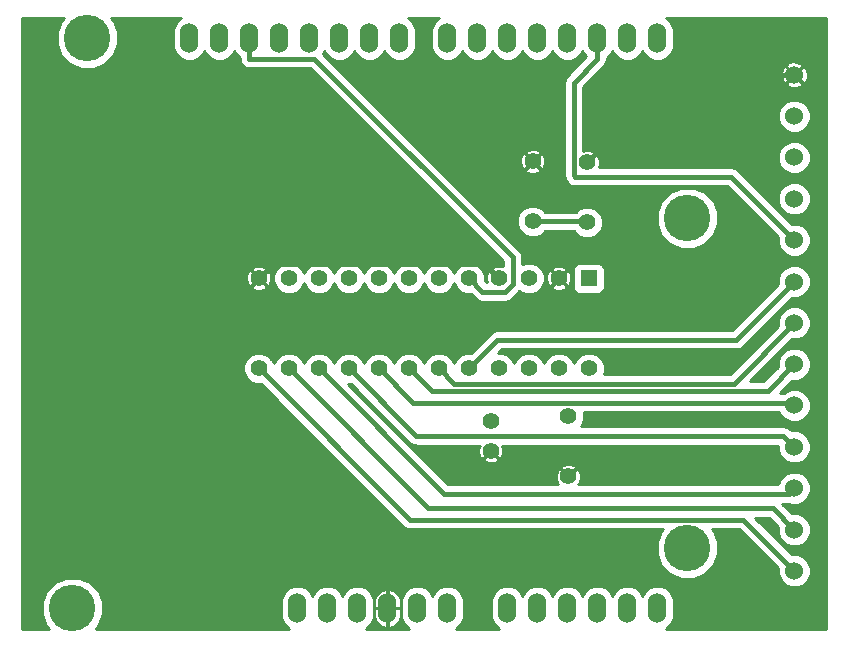
<source format=gtl>
G04 (created by PCBNEW-RS274X (2011-aug-04)-testing) date Fri 14 Sep 2012 05:32:11 PM PDT*
G01*
G70*
G90*
%MOIN*%
G04 Gerber Fmt 3.4, Leading zero omitted, Abs format*
%FSLAX34Y34*%
G04 APERTURE LIST*
%ADD10C,0.006000*%
%ADD11O,0.060000X0.100000*%
%ADD12C,0.155000*%
%ADD13R,0.055000X0.055000*%
%ADD14C,0.055000*%
%ADD15C,0.060000*%
%ADD16C,0.015000*%
%ADD17C,0.010000*%
G04 APERTURE END LIST*
G54D10*
G54D11*
X70237Y-51677D03*
X69237Y-51677D03*
X68237Y-51677D03*
X65237Y-51677D03*
X66237Y-51677D03*
X67237Y-51677D03*
X63237Y-51677D03*
X62237Y-51677D03*
X61237Y-51677D03*
X59237Y-51677D03*
X58237Y-51677D03*
X70237Y-32677D03*
X69237Y-32677D03*
X68237Y-32677D03*
X67237Y-32677D03*
X66237Y-32677D03*
X65237Y-32677D03*
X64237Y-32677D03*
X63237Y-32677D03*
X61637Y-32677D03*
X60637Y-32677D03*
X59637Y-32677D03*
X58637Y-32677D03*
X57637Y-32677D03*
X56637Y-32677D03*
X55637Y-32677D03*
X54637Y-32677D03*
X60237Y-51677D03*
G54D12*
X71237Y-49677D03*
X71237Y-38677D03*
X51237Y-32677D03*
X50737Y-51677D03*
G54D13*
X67951Y-40675D03*
G54D14*
X66951Y-40675D03*
X65951Y-40675D03*
X64951Y-40675D03*
X63951Y-40675D03*
X62951Y-40675D03*
X61951Y-40675D03*
X60951Y-40675D03*
X59951Y-40675D03*
X58951Y-40675D03*
X57951Y-40675D03*
X56951Y-40675D03*
X56951Y-43675D03*
X57951Y-43675D03*
X58951Y-43675D03*
X59951Y-43675D03*
X60951Y-43675D03*
X61951Y-43675D03*
X62951Y-43675D03*
X63951Y-43675D03*
X64951Y-43675D03*
X65951Y-43675D03*
X66951Y-43675D03*
X67951Y-43675D03*
G54D15*
X74804Y-50429D03*
X74803Y-49052D03*
X74802Y-47671D03*
X74803Y-46294D03*
X74803Y-44916D03*
X74803Y-43540D03*
X74803Y-42161D03*
X74802Y-40783D03*
X74802Y-39405D03*
X74802Y-38025D03*
X74801Y-35271D03*
X74802Y-36649D03*
X74802Y-33893D03*
G54D14*
X67264Y-45280D03*
X67264Y-47280D03*
X67894Y-38815D03*
X67894Y-36815D03*
X66083Y-38776D03*
X66083Y-36776D03*
X64685Y-45425D03*
X64685Y-46425D03*
G54D16*
X67855Y-38776D02*
X67894Y-38815D01*
X66083Y-38776D02*
X67855Y-38776D01*
X61999Y-48723D02*
X56951Y-43675D01*
X73098Y-48723D02*
X61999Y-48723D01*
X74804Y-50429D02*
X73098Y-48723D01*
X62605Y-48329D02*
X57951Y-43675D01*
X74080Y-48329D02*
X62605Y-48329D01*
X74803Y-49052D02*
X74080Y-48329D01*
X63137Y-47861D02*
X58951Y-43675D01*
X74612Y-47861D02*
X63137Y-47861D01*
X74802Y-47671D02*
X74612Y-47861D01*
X62201Y-45925D02*
X59951Y-43675D01*
X74434Y-45925D02*
X62201Y-45925D01*
X74803Y-46294D02*
X74434Y-45925D01*
X62095Y-44819D02*
X60951Y-43675D01*
X74706Y-44819D02*
X62095Y-44819D01*
X74803Y-44916D02*
X74706Y-44819D01*
X62713Y-44437D02*
X61951Y-43675D01*
X73906Y-44437D02*
X62713Y-44437D01*
X74803Y-43540D02*
X73906Y-44437D01*
X63459Y-44183D02*
X62951Y-43675D01*
X72781Y-44183D02*
X63459Y-44183D01*
X74803Y-42161D02*
X72781Y-44183D01*
X64905Y-42721D02*
X63951Y-43675D01*
X72864Y-42721D02*
X64905Y-42721D01*
X74802Y-40783D02*
X72864Y-42721D01*
X67441Y-34151D02*
X68237Y-33355D01*
X67441Y-37246D02*
X67441Y-34151D01*
X67484Y-37289D02*
X67441Y-37246D01*
X72686Y-37289D02*
X67484Y-37289D01*
X74802Y-39405D02*
X72686Y-37289D01*
X68237Y-32677D02*
X68237Y-33355D01*
X58788Y-33355D02*
X56637Y-33355D01*
X65408Y-39975D02*
X58788Y-33355D01*
X65408Y-40871D02*
X65408Y-39975D01*
X65151Y-41128D02*
X65408Y-40871D01*
X64404Y-41128D02*
X65151Y-41128D01*
X63951Y-40675D02*
X64404Y-41128D01*
X56637Y-32677D02*
X56637Y-33355D01*
X70816Y-33893D02*
X67894Y-36815D01*
X74802Y-33893D02*
X70816Y-33893D01*
X57440Y-40186D02*
X56951Y-40675D01*
X64462Y-40186D02*
X57440Y-40186D01*
X64951Y-40675D02*
X64462Y-40186D01*
G54D10*
G36*
X75856Y-52352D02*
X75353Y-52352D01*
X75353Y-50538D01*
X75353Y-50320D01*
X75269Y-50118D01*
X75115Y-49964D01*
X74913Y-49880D01*
X74714Y-49880D01*
X73488Y-48654D01*
X73945Y-48654D01*
X74254Y-48962D01*
X74254Y-49161D01*
X74338Y-49363D01*
X74492Y-49517D01*
X74694Y-49601D01*
X74912Y-49601D01*
X75114Y-49517D01*
X75268Y-49363D01*
X75352Y-49161D01*
X75352Y-48943D01*
X75268Y-48741D01*
X75114Y-48587D01*
X74912Y-48503D01*
X74713Y-48503D01*
X74396Y-48186D01*
X74611Y-48186D01*
X74612Y-48186D01*
X74693Y-48220D01*
X74911Y-48220D01*
X75113Y-48136D01*
X75267Y-47982D01*
X75351Y-47780D01*
X75351Y-47562D01*
X75267Y-47360D01*
X75113Y-47206D01*
X74911Y-47122D01*
X74693Y-47122D01*
X74491Y-47206D01*
X74337Y-47360D01*
X74263Y-47536D01*
X67597Y-47536D01*
X67592Y-47531D01*
X67610Y-47525D01*
X67678Y-47374D01*
X67682Y-47209D01*
X67623Y-47054D01*
X67610Y-47035D01*
X67541Y-47010D01*
X67534Y-47017D01*
X67534Y-47003D01*
X67509Y-46934D01*
X67358Y-46866D01*
X67193Y-46862D01*
X67038Y-46921D01*
X67019Y-46934D01*
X66994Y-47003D01*
X67264Y-47273D01*
X67534Y-47003D01*
X67534Y-47017D01*
X67306Y-47245D01*
X67271Y-47280D01*
X67264Y-47287D01*
X67257Y-47280D01*
X67222Y-47245D01*
X66987Y-47010D01*
X66918Y-47035D01*
X66850Y-47186D01*
X66846Y-47351D01*
X66905Y-47506D01*
X66918Y-47525D01*
X66935Y-47531D01*
X66931Y-47536D01*
X64955Y-47536D01*
X64955Y-46702D01*
X64685Y-46432D01*
X64415Y-46702D01*
X64440Y-46771D01*
X64591Y-46839D01*
X64756Y-46843D01*
X64911Y-46784D01*
X64930Y-46771D01*
X64955Y-46702D01*
X64955Y-47536D01*
X63271Y-47536D01*
X59935Y-44200D01*
X60016Y-44200D01*
X61970Y-46154D01*
X61971Y-46155D01*
X62076Y-46224D01*
X62077Y-46225D01*
X62175Y-46244D01*
X62200Y-46250D01*
X62200Y-46249D01*
X62201Y-46250D01*
X64307Y-46250D01*
X64271Y-46331D01*
X64267Y-46496D01*
X64326Y-46651D01*
X64339Y-46670D01*
X64408Y-46695D01*
X64643Y-46460D01*
X64678Y-46425D01*
X64685Y-46418D01*
X64692Y-46425D01*
X64727Y-46460D01*
X64962Y-46695D01*
X65031Y-46670D01*
X65099Y-46519D01*
X65103Y-46354D01*
X65063Y-46250D01*
X74254Y-46250D01*
X74254Y-46403D01*
X74338Y-46605D01*
X74492Y-46759D01*
X74694Y-46843D01*
X74912Y-46843D01*
X75114Y-46759D01*
X75268Y-46605D01*
X75352Y-46403D01*
X75352Y-46185D01*
X75268Y-45983D01*
X75114Y-45829D01*
X74912Y-45745D01*
X74713Y-45745D01*
X74664Y-45695D01*
X74558Y-45625D01*
X74434Y-45600D01*
X67686Y-45600D01*
X67709Y-45578D01*
X67789Y-45385D01*
X67789Y-45176D01*
X67775Y-45144D01*
X74303Y-45144D01*
X74338Y-45227D01*
X74492Y-45381D01*
X74694Y-45465D01*
X74912Y-45465D01*
X75114Y-45381D01*
X75268Y-45227D01*
X75352Y-45025D01*
X75352Y-44807D01*
X75268Y-44605D01*
X75114Y-44451D01*
X74912Y-44367D01*
X74694Y-44367D01*
X74492Y-44451D01*
X74449Y-44494D01*
X74308Y-44494D01*
X74713Y-44089D01*
X74912Y-44089D01*
X75114Y-44005D01*
X75268Y-43851D01*
X75352Y-43649D01*
X75352Y-43431D01*
X75268Y-43229D01*
X75114Y-43075D01*
X74912Y-42991D01*
X74694Y-42991D01*
X74492Y-43075D01*
X74338Y-43229D01*
X74254Y-43431D01*
X74254Y-43629D01*
X73771Y-44112D01*
X73311Y-44112D01*
X74713Y-42710D01*
X74912Y-42710D01*
X75114Y-42626D01*
X75268Y-42472D01*
X75352Y-42270D01*
X75352Y-42052D01*
X75268Y-41850D01*
X75114Y-41696D01*
X74912Y-41612D01*
X74694Y-41612D01*
X74492Y-41696D01*
X74338Y-41850D01*
X74254Y-42052D01*
X74254Y-42250D01*
X72646Y-43858D01*
X68443Y-43858D01*
X68476Y-43780D01*
X68476Y-43571D01*
X68396Y-43378D01*
X68249Y-43230D01*
X68056Y-43150D01*
X67847Y-43150D01*
X67654Y-43230D01*
X67506Y-43377D01*
X67450Y-43510D01*
X67396Y-43378D01*
X67249Y-43230D01*
X67056Y-43150D01*
X66847Y-43150D01*
X66654Y-43230D01*
X66506Y-43377D01*
X66450Y-43510D01*
X66396Y-43378D01*
X66249Y-43230D01*
X66056Y-43150D01*
X65847Y-43150D01*
X65654Y-43230D01*
X65506Y-43377D01*
X65450Y-43510D01*
X65396Y-43378D01*
X65249Y-43230D01*
X65056Y-43150D01*
X64936Y-43150D01*
X65040Y-43046D01*
X72864Y-43046D01*
X72988Y-43021D01*
X73094Y-42951D01*
X74712Y-41332D01*
X74911Y-41332D01*
X75113Y-41248D01*
X75267Y-41094D01*
X75351Y-40892D01*
X75351Y-40674D01*
X75267Y-40472D01*
X75113Y-40318D01*
X74911Y-40234D01*
X74693Y-40234D01*
X74491Y-40318D01*
X74337Y-40472D01*
X74253Y-40674D01*
X74253Y-40872D01*
X72729Y-42396D01*
X72262Y-42396D01*
X72262Y-38882D01*
X72262Y-38474D01*
X72106Y-38097D01*
X71818Y-37809D01*
X71442Y-37652D01*
X71034Y-37652D01*
X70657Y-37808D01*
X70369Y-38096D01*
X70212Y-38472D01*
X70212Y-38880D01*
X70368Y-39257D01*
X70656Y-39545D01*
X71032Y-39702D01*
X71440Y-39702D01*
X71817Y-39546D01*
X72105Y-39258D01*
X72262Y-38882D01*
X72262Y-42396D01*
X68475Y-42396D01*
X68475Y-41000D01*
X68475Y-40901D01*
X68475Y-40351D01*
X68437Y-40259D01*
X68419Y-40241D01*
X68419Y-38920D01*
X68419Y-38711D01*
X68339Y-38518D01*
X68192Y-38370D01*
X67999Y-38290D01*
X67790Y-38290D01*
X67597Y-38370D01*
X67515Y-38451D01*
X66501Y-38451D01*
X66501Y-36705D01*
X66442Y-36550D01*
X66429Y-36531D01*
X66360Y-36506D01*
X66353Y-36513D01*
X66353Y-36499D01*
X66328Y-36430D01*
X66177Y-36362D01*
X66012Y-36358D01*
X65857Y-36417D01*
X65838Y-36430D01*
X65813Y-36499D01*
X66083Y-36769D01*
X66353Y-36499D01*
X66353Y-36513D01*
X66090Y-36776D01*
X66360Y-37046D01*
X66429Y-37021D01*
X66497Y-36870D01*
X66501Y-36705D01*
X66501Y-38451D01*
X66500Y-38451D01*
X66381Y-38331D01*
X66353Y-38319D01*
X66353Y-37053D01*
X66083Y-36783D01*
X66076Y-36790D01*
X66076Y-36776D01*
X65806Y-36506D01*
X65737Y-36531D01*
X65669Y-36682D01*
X65665Y-36847D01*
X65724Y-37002D01*
X65737Y-37021D01*
X65806Y-37046D01*
X66076Y-36776D01*
X66076Y-36790D01*
X65813Y-37053D01*
X65838Y-37122D01*
X65989Y-37190D01*
X66154Y-37194D01*
X66309Y-37135D01*
X66328Y-37122D01*
X66353Y-37053D01*
X66353Y-38319D01*
X66188Y-38251D01*
X65979Y-38251D01*
X65786Y-38331D01*
X65638Y-38478D01*
X65558Y-38671D01*
X65558Y-38880D01*
X65638Y-39073D01*
X65785Y-39221D01*
X65978Y-39301D01*
X66187Y-39301D01*
X66380Y-39221D01*
X66500Y-39101D01*
X67444Y-39101D01*
X67449Y-39112D01*
X67596Y-39260D01*
X67789Y-39340D01*
X67998Y-39340D01*
X68191Y-39260D01*
X68339Y-39113D01*
X68419Y-38920D01*
X68419Y-40241D01*
X68367Y-40189D01*
X68276Y-40151D01*
X68177Y-40151D01*
X67627Y-40151D01*
X67535Y-40189D01*
X67465Y-40259D01*
X67427Y-40350D01*
X67427Y-40449D01*
X67427Y-40999D01*
X67465Y-41091D01*
X67535Y-41161D01*
X67626Y-41199D01*
X67725Y-41199D01*
X68275Y-41199D01*
X68367Y-41161D01*
X68437Y-41091D01*
X68475Y-41000D01*
X68475Y-42396D01*
X67369Y-42396D01*
X67369Y-40604D01*
X67310Y-40449D01*
X67297Y-40430D01*
X67228Y-40405D01*
X67221Y-40412D01*
X67221Y-40398D01*
X67196Y-40329D01*
X67045Y-40261D01*
X66880Y-40257D01*
X66725Y-40316D01*
X66706Y-40329D01*
X66681Y-40398D01*
X66951Y-40668D01*
X67221Y-40398D01*
X67221Y-40412D01*
X66958Y-40675D01*
X67228Y-40945D01*
X67297Y-40920D01*
X67365Y-40769D01*
X67369Y-40604D01*
X67369Y-42396D01*
X67221Y-42396D01*
X67221Y-40952D01*
X66951Y-40682D01*
X66944Y-40689D01*
X66944Y-40675D01*
X66674Y-40405D01*
X66605Y-40430D01*
X66537Y-40581D01*
X66533Y-40746D01*
X66592Y-40901D01*
X66605Y-40920D01*
X66674Y-40945D01*
X66944Y-40675D01*
X66944Y-40689D01*
X66681Y-40952D01*
X66706Y-41021D01*
X66857Y-41089D01*
X67022Y-41093D01*
X67177Y-41034D01*
X67196Y-41021D01*
X67221Y-40952D01*
X67221Y-42396D01*
X64905Y-42396D01*
X64780Y-42421D01*
X64675Y-42491D01*
X64016Y-43150D01*
X63847Y-43150D01*
X63654Y-43230D01*
X63506Y-43377D01*
X63450Y-43510D01*
X63396Y-43378D01*
X63249Y-43230D01*
X63056Y-43150D01*
X62847Y-43150D01*
X62654Y-43230D01*
X62506Y-43377D01*
X62450Y-43510D01*
X62396Y-43378D01*
X62249Y-43230D01*
X62056Y-43150D01*
X61847Y-43150D01*
X61654Y-43230D01*
X61506Y-43377D01*
X61450Y-43510D01*
X61396Y-43378D01*
X61249Y-43230D01*
X61056Y-43150D01*
X60847Y-43150D01*
X60654Y-43230D01*
X60506Y-43377D01*
X60450Y-43510D01*
X60396Y-43378D01*
X60249Y-43230D01*
X60056Y-43150D01*
X59847Y-43150D01*
X59654Y-43230D01*
X59506Y-43377D01*
X59450Y-43510D01*
X59396Y-43378D01*
X59249Y-43230D01*
X59056Y-43150D01*
X58847Y-43150D01*
X58654Y-43230D01*
X58506Y-43377D01*
X58450Y-43510D01*
X58396Y-43378D01*
X58249Y-43230D01*
X58056Y-43150D01*
X57847Y-43150D01*
X57654Y-43230D01*
X57506Y-43377D01*
X57450Y-43510D01*
X57396Y-43378D01*
X57369Y-43350D01*
X57369Y-40604D01*
X57310Y-40449D01*
X57297Y-40430D01*
X57228Y-40405D01*
X57221Y-40412D01*
X57221Y-40398D01*
X57196Y-40329D01*
X57045Y-40261D01*
X56880Y-40257D01*
X56725Y-40316D01*
X56706Y-40329D01*
X56681Y-40398D01*
X56951Y-40668D01*
X57221Y-40398D01*
X57221Y-40412D01*
X56958Y-40675D01*
X57228Y-40945D01*
X57297Y-40920D01*
X57365Y-40769D01*
X57369Y-40604D01*
X57369Y-43350D01*
X57249Y-43230D01*
X57221Y-43218D01*
X57221Y-40952D01*
X56951Y-40682D01*
X56944Y-40689D01*
X56944Y-40675D01*
X56674Y-40405D01*
X56605Y-40430D01*
X56537Y-40581D01*
X56533Y-40746D01*
X56592Y-40901D01*
X56605Y-40920D01*
X56674Y-40945D01*
X56944Y-40675D01*
X56944Y-40689D01*
X56681Y-40952D01*
X56706Y-41021D01*
X56857Y-41089D01*
X57022Y-41093D01*
X57177Y-41034D01*
X57196Y-41021D01*
X57221Y-40952D01*
X57221Y-43218D01*
X57056Y-43150D01*
X56847Y-43150D01*
X56654Y-43230D01*
X56506Y-43377D01*
X56426Y-43570D01*
X56426Y-43779D01*
X56506Y-43972D01*
X56653Y-44120D01*
X56846Y-44200D01*
X57016Y-44200D01*
X61767Y-48950D01*
X61769Y-48953D01*
X61874Y-49022D01*
X61875Y-49023D01*
X61973Y-49042D01*
X61998Y-49048D01*
X61998Y-49047D01*
X61999Y-49048D01*
X70417Y-49048D01*
X70369Y-49096D01*
X70212Y-49472D01*
X70212Y-49880D01*
X70368Y-50257D01*
X70656Y-50545D01*
X71032Y-50702D01*
X71440Y-50702D01*
X71817Y-50546D01*
X72105Y-50258D01*
X72262Y-49882D01*
X72262Y-49474D01*
X72106Y-49097D01*
X72057Y-49048D01*
X72963Y-49048D01*
X74255Y-50339D01*
X74255Y-50538D01*
X74339Y-50740D01*
X74493Y-50894D01*
X74695Y-50978D01*
X74913Y-50978D01*
X75115Y-50894D01*
X75269Y-50740D01*
X75353Y-50538D01*
X75353Y-52352D01*
X70535Y-52352D01*
X70543Y-52349D01*
X70694Y-52197D01*
X70777Y-51999D01*
X70777Y-51784D01*
X70777Y-51356D01*
X70695Y-51157D01*
X70543Y-51006D01*
X70345Y-50923D01*
X70130Y-50923D01*
X69931Y-51005D01*
X69780Y-51157D01*
X69737Y-51259D01*
X69695Y-51157D01*
X69543Y-51006D01*
X69345Y-50923D01*
X69130Y-50923D01*
X68931Y-51005D01*
X68780Y-51157D01*
X68737Y-51259D01*
X68695Y-51157D01*
X68543Y-51006D01*
X68345Y-50923D01*
X68130Y-50923D01*
X67931Y-51005D01*
X67780Y-51157D01*
X67737Y-51259D01*
X67695Y-51157D01*
X67543Y-51006D01*
X67345Y-50923D01*
X67130Y-50923D01*
X66931Y-51005D01*
X66780Y-51157D01*
X66737Y-51259D01*
X66695Y-51157D01*
X66543Y-51006D01*
X66345Y-50923D01*
X66130Y-50923D01*
X65931Y-51005D01*
X65780Y-51157D01*
X65737Y-51259D01*
X65695Y-51157D01*
X65543Y-51006D01*
X65345Y-50923D01*
X65130Y-50923D01*
X64931Y-51005D01*
X64780Y-51157D01*
X64697Y-51355D01*
X64697Y-51570D01*
X64697Y-51998D01*
X64779Y-52197D01*
X64931Y-52348D01*
X64940Y-52352D01*
X63535Y-52352D01*
X63543Y-52349D01*
X63694Y-52197D01*
X63777Y-51999D01*
X63777Y-51784D01*
X63777Y-51356D01*
X63695Y-51157D01*
X63543Y-51006D01*
X63345Y-50923D01*
X63130Y-50923D01*
X62931Y-51005D01*
X62780Y-51157D01*
X62737Y-51259D01*
X62695Y-51157D01*
X62543Y-51006D01*
X62345Y-50923D01*
X62130Y-50923D01*
X61931Y-51005D01*
X61780Y-51157D01*
X61697Y-51355D01*
X61697Y-51570D01*
X61697Y-51998D01*
X61779Y-52197D01*
X61931Y-52348D01*
X61940Y-52352D01*
X61687Y-52352D01*
X61687Y-51972D01*
X61687Y-51682D01*
X61687Y-51672D01*
X61687Y-51382D01*
X61616Y-51217D01*
X61488Y-51092D01*
X61312Y-51034D01*
X61242Y-51065D01*
X61242Y-51672D01*
X61687Y-51672D01*
X61687Y-51682D01*
X61242Y-51682D01*
X61242Y-52289D01*
X61312Y-52320D01*
X61488Y-52262D01*
X61616Y-52137D01*
X61687Y-51972D01*
X61687Y-52352D01*
X61232Y-52352D01*
X61232Y-52289D01*
X61232Y-51682D01*
X61232Y-51672D01*
X61232Y-51065D01*
X61162Y-51034D01*
X60986Y-51092D01*
X60858Y-51217D01*
X60787Y-51382D01*
X60787Y-51672D01*
X61232Y-51672D01*
X61232Y-51682D01*
X60787Y-51682D01*
X60787Y-51972D01*
X60858Y-52137D01*
X60986Y-52262D01*
X61162Y-52320D01*
X61232Y-52289D01*
X61232Y-52352D01*
X60535Y-52352D01*
X60543Y-52349D01*
X60694Y-52197D01*
X60777Y-51999D01*
X60777Y-51784D01*
X60777Y-51356D01*
X60695Y-51157D01*
X60543Y-51006D01*
X60345Y-50923D01*
X60130Y-50923D01*
X59931Y-51005D01*
X59780Y-51157D01*
X59737Y-51259D01*
X59695Y-51157D01*
X59543Y-51006D01*
X59345Y-50923D01*
X59130Y-50923D01*
X58931Y-51005D01*
X58780Y-51157D01*
X58737Y-51259D01*
X58695Y-51157D01*
X58543Y-51006D01*
X58345Y-50923D01*
X58130Y-50923D01*
X57931Y-51005D01*
X57780Y-51157D01*
X57697Y-51355D01*
X57697Y-51570D01*
X57697Y-51998D01*
X57779Y-52197D01*
X57931Y-52348D01*
X57940Y-52352D01*
X51511Y-52352D01*
X51605Y-52258D01*
X51762Y-51882D01*
X51762Y-51474D01*
X51606Y-51097D01*
X51318Y-50809D01*
X50942Y-50652D01*
X50534Y-50652D01*
X50157Y-50808D01*
X49869Y-51096D01*
X49712Y-51472D01*
X49712Y-51880D01*
X49868Y-52257D01*
X49963Y-52352D01*
X49045Y-52352D01*
X49045Y-31998D01*
X50467Y-31998D01*
X50369Y-32096D01*
X50212Y-32472D01*
X50212Y-32880D01*
X50368Y-33257D01*
X50656Y-33545D01*
X51032Y-33702D01*
X51440Y-33702D01*
X51817Y-33546D01*
X52105Y-33258D01*
X52262Y-32882D01*
X52262Y-32474D01*
X52106Y-32097D01*
X52007Y-31998D01*
X54347Y-31998D01*
X54331Y-32005D01*
X54180Y-32157D01*
X54097Y-32355D01*
X54097Y-32570D01*
X54097Y-32998D01*
X54179Y-33197D01*
X54331Y-33348D01*
X54529Y-33431D01*
X54744Y-33431D01*
X54943Y-33349D01*
X55094Y-33197D01*
X55136Y-33094D01*
X55179Y-33197D01*
X55331Y-33348D01*
X55529Y-33431D01*
X55744Y-33431D01*
X55943Y-33349D01*
X56094Y-33197D01*
X56136Y-33094D01*
X56179Y-33197D01*
X56312Y-33329D01*
X56312Y-33355D01*
X56337Y-33479D01*
X56407Y-33585D01*
X56513Y-33655D01*
X56637Y-33680D01*
X58653Y-33680D01*
X65083Y-40110D01*
X65083Y-40278D01*
X65045Y-40261D01*
X64880Y-40257D01*
X64725Y-40316D01*
X64706Y-40329D01*
X64681Y-40398D01*
X64916Y-40633D01*
X64951Y-40668D01*
X64958Y-40675D01*
X64951Y-40682D01*
X64944Y-40675D01*
X64909Y-40640D01*
X64674Y-40405D01*
X64605Y-40430D01*
X64537Y-40581D01*
X64533Y-40746D01*
X64554Y-40803D01*
X64538Y-40803D01*
X64476Y-40740D01*
X64476Y-40571D01*
X64396Y-40378D01*
X64249Y-40230D01*
X64056Y-40150D01*
X63847Y-40150D01*
X63654Y-40230D01*
X63506Y-40377D01*
X63450Y-40510D01*
X63396Y-40378D01*
X63249Y-40230D01*
X63056Y-40150D01*
X62847Y-40150D01*
X62654Y-40230D01*
X62506Y-40377D01*
X62450Y-40510D01*
X62396Y-40378D01*
X62249Y-40230D01*
X62056Y-40150D01*
X61847Y-40150D01*
X61654Y-40230D01*
X61506Y-40377D01*
X61450Y-40510D01*
X61396Y-40378D01*
X61249Y-40230D01*
X61056Y-40150D01*
X60847Y-40150D01*
X60654Y-40230D01*
X60506Y-40377D01*
X60450Y-40510D01*
X60396Y-40378D01*
X60249Y-40230D01*
X60056Y-40150D01*
X59847Y-40150D01*
X59654Y-40230D01*
X59506Y-40377D01*
X59450Y-40510D01*
X59396Y-40378D01*
X59249Y-40230D01*
X59056Y-40150D01*
X58847Y-40150D01*
X58654Y-40230D01*
X58506Y-40377D01*
X58450Y-40510D01*
X58396Y-40378D01*
X58249Y-40230D01*
X58056Y-40150D01*
X57847Y-40150D01*
X57654Y-40230D01*
X57506Y-40377D01*
X57426Y-40570D01*
X57426Y-40779D01*
X57506Y-40972D01*
X57653Y-41120D01*
X57846Y-41200D01*
X58055Y-41200D01*
X58248Y-41120D01*
X58396Y-40973D01*
X58451Y-40839D01*
X58506Y-40972D01*
X58653Y-41120D01*
X58846Y-41200D01*
X59055Y-41200D01*
X59248Y-41120D01*
X59396Y-40973D01*
X59451Y-40839D01*
X59506Y-40972D01*
X59653Y-41120D01*
X59846Y-41200D01*
X60055Y-41200D01*
X60248Y-41120D01*
X60396Y-40973D01*
X60451Y-40839D01*
X60506Y-40972D01*
X60653Y-41120D01*
X60846Y-41200D01*
X61055Y-41200D01*
X61248Y-41120D01*
X61396Y-40973D01*
X61451Y-40839D01*
X61506Y-40972D01*
X61653Y-41120D01*
X61846Y-41200D01*
X62055Y-41200D01*
X62248Y-41120D01*
X62396Y-40973D01*
X62451Y-40839D01*
X62506Y-40972D01*
X62653Y-41120D01*
X62846Y-41200D01*
X63055Y-41200D01*
X63248Y-41120D01*
X63396Y-40973D01*
X63451Y-40839D01*
X63506Y-40972D01*
X63653Y-41120D01*
X63846Y-41200D01*
X64016Y-41200D01*
X64172Y-41355D01*
X64174Y-41358D01*
X64279Y-41427D01*
X64280Y-41428D01*
X64404Y-41453D01*
X65151Y-41453D01*
X65275Y-41428D01*
X65381Y-41358D01*
X65635Y-41102D01*
X65653Y-41120D01*
X65846Y-41200D01*
X66055Y-41200D01*
X66248Y-41120D01*
X66396Y-40973D01*
X66476Y-40780D01*
X66476Y-40571D01*
X66396Y-40378D01*
X66249Y-40230D01*
X66056Y-40150D01*
X65847Y-40150D01*
X65733Y-40197D01*
X65733Y-39975D01*
X65708Y-39851D01*
X65708Y-39850D01*
X65638Y-39745D01*
X59092Y-33199D01*
X59094Y-33197D01*
X59136Y-33094D01*
X59179Y-33197D01*
X59331Y-33348D01*
X59529Y-33431D01*
X59744Y-33431D01*
X59943Y-33349D01*
X60094Y-33197D01*
X60136Y-33094D01*
X60179Y-33197D01*
X60331Y-33348D01*
X60529Y-33431D01*
X60744Y-33431D01*
X60943Y-33349D01*
X61094Y-33197D01*
X61136Y-33094D01*
X61179Y-33197D01*
X61331Y-33348D01*
X61529Y-33431D01*
X61744Y-33431D01*
X61943Y-33349D01*
X62094Y-33197D01*
X62177Y-32999D01*
X62177Y-32784D01*
X62177Y-32356D01*
X62095Y-32157D01*
X61943Y-32006D01*
X61923Y-31998D01*
X62947Y-31998D01*
X62931Y-32005D01*
X62780Y-32157D01*
X62697Y-32355D01*
X62697Y-32570D01*
X62697Y-32998D01*
X62779Y-33197D01*
X62931Y-33348D01*
X63129Y-33431D01*
X63344Y-33431D01*
X63543Y-33349D01*
X63694Y-33197D01*
X63736Y-33094D01*
X63779Y-33197D01*
X63931Y-33348D01*
X64129Y-33431D01*
X64344Y-33431D01*
X64543Y-33349D01*
X64694Y-33197D01*
X64736Y-33094D01*
X64779Y-33197D01*
X64931Y-33348D01*
X65129Y-33431D01*
X65344Y-33431D01*
X65543Y-33349D01*
X65694Y-33197D01*
X65736Y-33094D01*
X65779Y-33197D01*
X65931Y-33348D01*
X66129Y-33431D01*
X66344Y-33431D01*
X66543Y-33349D01*
X66694Y-33197D01*
X66736Y-33094D01*
X66779Y-33197D01*
X66931Y-33348D01*
X67129Y-33431D01*
X67344Y-33431D01*
X67543Y-33349D01*
X67694Y-33197D01*
X67736Y-33094D01*
X67779Y-33197D01*
X67857Y-33275D01*
X67211Y-33921D01*
X67141Y-34027D01*
X67116Y-34151D01*
X67116Y-37246D01*
X67141Y-37370D01*
X67211Y-37476D01*
X67252Y-37516D01*
X67254Y-37519D01*
X67359Y-37588D01*
X67360Y-37589D01*
X67458Y-37608D01*
X67483Y-37614D01*
X67483Y-37613D01*
X67484Y-37614D01*
X72551Y-37614D01*
X74253Y-39315D01*
X74253Y-39514D01*
X74337Y-39716D01*
X74491Y-39870D01*
X74693Y-39954D01*
X74911Y-39954D01*
X75113Y-39870D01*
X75267Y-39716D01*
X75351Y-39514D01*
X75351Y-39296D01*
X75351Y-38134D01*
X75351Y-37916D01*
X75351Y-36758D01*
X75351Y-36540D01*
X75350Y-36537D01*
X75350Y-35380D01*
X75350Y-35162D01*
X75266Y-34960D01*
X75246Y-34940D01*
X75246Y-33818D01*
X75184Y-33654D01*
X75168Y-33633D01*
X75097Y-33605D01*
X75090Y-33612D01*
X75090Y-33598D01*
X75062Y-33527D01*
X74902Y-33455D01*
X74727Y-33449D01*
X74563Y-33511D01*
X74542Y-33527D01*
X74514Y-33598D01*
X74802Y-33886D01*
X75090Y-33598D01*
X75090Y-33612D01*
X74809Y-33893D01*
X75097Y-34181D01*
X75168Y-34153D01*
X75240Y-33993D01*
X75246Y-33818D01*
X75246Y-34940D01*
X75112Y-34806D01*
X75090Y-34796D01*
X75090Y-34188D01*
X74802Y-33900D01*
X74795Y-33907D01*
X74795Y-33893D01*
X74507Y-33605D01*
X74436Y-33633D01*
X74364Y-33793D01*
X74358Y-33968D01*
X74420Y-34132D01*
X74436Y-34153D01*
X74507Y-34181D01*
X74795Y-33893D01*
X74795Y-33907D01*
X74514Y-34188D01*
X74542Y-34259D01*
X74702Y-34331D01*
X74877Y-34337D01*
X75041Y-34275D01*
X75062Y-34259D01*
X75090Y-34188D01*
X75090Y-34796D01*
X74910Y-34722D01*
X74692Y-34722D01*
X74490Y-34806D01*
X74336Y-34960D01*
X74252Y-35162D01*
X74252Y-35380D01*
X74336Y-35582D01*
X74490Y-35736D01*
X74692Y-35820D01*
X74910Y-35820D01*
X75112Y-35736D01*
X75266Y-35582D01*
X75350Y-35380D01*
X75350Y-36537D01*
X75267Y-36338D01*
X75113Y-36184D01*
X74911Y-36100D01*
X74693Y-36100D01*
X74491Y-36184D01*
X74337Y-36338D01*
X74253Y-36540D01*
X74253Y-36758D01*
X74337Y-36960D01*
X74491Y-37114D01*
X74693Y-37198D01*
X74911Y-37198D01*
X75113Y-37114D01*
X75267Y-36960D01*
X75351Y-36758D01*
X75351Y-37916D01*
X75267Y-37714D01*
X75113Y-37560D01*
X74911Y-37476D01*
X74693Y-37476D01*
X74491Y-37560D01*
X74337Y-37714D01*
X74253Y-37916D01*
X74253Y-38134D01*
X74337Y-38336D01*
X74491Y-38490D01*
X74693Y-38574D01*
X74911Y-38574D01*
X75113Y-38490D01*
X75267Y-38336D01*
X75351Y-38134D01*
X75351Y-39296D01*
X75267Y-39094D01*
X75113Y-38940D01*
X74911Y-38856D01*
X74712Y-38856D01*
X72916Y-37059D01*
X72810Y-36989D01*
X72686Y-36964D01*
X68283Y-36964D01*
X68308Y-36909D01*
X68312Y-36744D01*
X68253Y-36589D01*
X68240Y-36570D01*
X68171Y-36545D01*
X67936Y-36780D01*
X67901Y-36815D01*
X67894Y-36822D01*
X67887Y-36815D01*
X67894Y-36808D01*
X67929Y-36773D01*
X68164Y-36538D01*
X68139Y-36469D01*
X67988Y-36401D01*
X67823Y-36397D01*
X67766Y-36418D01*
X67766Y-34285D01*
X68464Y-33586D01*
X68466Y-33585D01*
X68467Y-33585D01*
X68536Y-33480D01*
X68537Y-33479D01*
X68556Y-33381D01*
X68562Y-33356D01*
X68561Y-33355D01*
X68562Y-33355D01*
X68562Y-33329D01*
X68694Y-33197D01*
X68736Y-33094D01*
X68779Y-33197D01*
X68931Y-33348D01*
X69129Y-33431D01*
X69344Y-33431D01*
X69543Y-33349D01*
X69694Y-33197D01*
X69736Y-33094D01*
X69779Y-33197D01*
X69931Y-33348D01*
X70129Y-33431D01*
X70344Y-33431D01*
X70543Y-33349D01*
X70694Y-33197D01*
X70777Y-32999D01*
X70777Y-32784D01*
X70777Y-32356D01*
X70695Y-32157D01*
X70543Y-32006D01*
X70523Y-31998D01*
X75856Y-31998D01*
X75856Y-52352D01*
X75856Y-52352D01*
G37*
G54D17*
X75856Y-52352D02*
X75353Y-52352D01*
X75353Y-50538D01*
X75353Y-50320D01*
X75269Y-50118D01*
X75115Y-49964D01*
X74913Y-49880D01*
X74714Y-49880D01*
X73488Y-48654D01*
X73945Y-48654D01*
X74254Y-48962D01*
X74254Y-49161D01*
X74338Y-49363D01*
X74492Y-49517D01*
X74694Y-49601D01*
X74912Y-49601D01*
X75114Y-49517D01*
X75268Y-49363D01*
X75352Y-49161D01*
X75352Y-48943D01*
X75268Y-48741D01*
X75114Y-48587D01*
X74912Y-48503D01*
X74713Y-48503D01*
X74396Y-48186D01*
X74611Y-48186D01*
X74612Y-48186D01*
X74693Y-48220D01*
X74911Y-48220D01*
X75113Y-48136D01*
X75267Y-47982D01*
X75351Y-47780D01*
X75351Y-47562D01*
X75267Y-47360D01*
X75113Y-47206D01*
X74911Y-47122D01*
X74693Y-47122D01*
X74491Y-47206D01*
X74337Y-47360D01*
X74263Y-47536D01*
X67597Y-47536D01*
X67592Y-47531D01*
X67610Y-47525D01*
X67678Y-47374D01*
X67682Y-47209D01*
X67623Y-47054D01*
X67610Y-47035D01*
X67541Y-47010D01*
X67534Y-47017D01*
X67534Y-47003D01*
X67509Y-46934D01*
X67358Y-46866D01*
X67193Y-46862D01*
X67038Y-46921D01*
X67019Y-46934D01*
X66994Y-47003D01*
X67264Y-47273D01*
X67534Y-47003D01*
X67534Y-47017D01*
X67306Y-47245D01*
X67271Y-47280D01*
X67264Y-47287D01*
X67257Y-47280D01*
X67222Y-47245D01*
X66987Y-47010D01*
X66918Y-47035D01*
X66850Y-47186D01*
X66846Y-47351D01*
X66905Y-47506D01*
X66918Y-47525D01*
X66935Y-47531D01*
X66931Y-47536D01*
X64955Y-47536D01*
X64955Y-46702D01*
X64685Y-46432D01*
X64415Y-46702D01*
X64440Y-46771D01*
X64591Y-46839D01*
X64756Y-46843D01*
X64911Y-46784D01*
X64930Y-46771D01*
X64955Y-46702D01*
X64955Y-47536D01*
X63271Y-47536D01*
X59935Y-44200D01*
X60016Y-44200D01*
X61970Y-46154D01*
X61971Y-46155D01*
X62076Y-46224D01*
X62077Y-46225D01*
X62175Y-46244D01*
X62200Y-46250D01*
X62200Y-46249D01*
X62201Y-46250D01*
X64307Y-46250D01*
X64271Y-46331D01*
X64267Y-46496D01*
X64326Y-46651D01*
X64339Y-46670D01*
X64408Y-46695D01*
X64643Y-46460D01*
X64678Y-46425D01*
X64685Y-46418D01*
X64692Y-46425D01*
X64727Y-46460D01*
X64962Y-46695D01*
X65031Y-46670D01*
X65099Y-46519D01*
X65103Y-46354D01*
X65063Y-46250D01*
X74254Y-46250D01*
X74254Y-46403D01*
X74338Y-46605D01*
X74492Y-46759D01*
X74694Y-46843D01*
X74912Y-46843D01*
X75114Y-46759D01*
X75268Y-46605D01*
X75352Y-46403D01*
X75352Y-46185D01*
X75268Y-45983D01*
X75114Y-45829D01*
X74912Y-45745D01*
X74713Y-45745D01*
X74664Y-45695D01*
X74558Y-45625D01*
X74434Y-45600D01*
X67686Y-45600D01*
X67709Y-45578D01*
X67789Y-45385D01*
X67789Y-45176D01*
X67775Y-45144D01*
X74303Y-45144D01*
X74338Y-45227D01*
X74492Y-45381D01*
X74694Y-45465D01*
X74912Y-45465D01*
X75114Y-45381D01*
X75268Y-45227D01*
X75352Y-45025D01*
X75352Y-44807D01*
X75268Y-44605D01*
X75114Y-44451D01*
X74912Y-44367D01*
X74694Y-44367D01*
X74492Y-44451D01*
X74449Y-44494D01*
X74308Y-44494D01*
X74713Y-44089D01*
X74912Y-44089D01*
X75114Y-44005D01*
X75268Y-43851D01*
X75352Y-43649D01*
X75352Y-43431D01*
X75268Y-43229D01*
X75114Y-43075D01*
X74912Y-42991D01*
X74694Y-42991D01*
X74492Y-43075D01*
X74338Y-43229D01*
X74254Y-43431D01*
X74254Y-43629D01*
X73771Y-44112D01*
X73311Y-44112D01*
X74713Y-42710D01*
X74912Y-42710D01*
X75114Y-42626D01*
X75268Y-42472D01*
X75352Y-42270D01*
X75352Y-42052D01*
X75268Y-41850D01*
X75114Y-41696D01*
X74912Y-41612D01*
X74694Y-41612D01*
X74492Y-41696D01*
X74338Y-41850D01*
X74254Y-42052D01*
X74254Y-42250D01*
X72646Y-43858D01*
X68443Y-43858D01*
X68476Y-43780D01*
X68476Y-43571D01*
X68396Y-43378D01*
X68249Y-43230D01*
X68056Y-43150D01*
X67847Y-43150D01*
X67654Y-43230D01*
X67506Y-43377D01*
X67450Y-43510D01*
X67396Y-43378D01*
X67249Y-43230D01*
X67056Y-43150D01*
X66847Y-43150D01*
X66654Y-43230D01*
X66506Y-43377D01*
X66450Y-43510D01*
X66396Y-43378D01*
X66249Y-43230D01*
X66056Y-43150D01*
X65847Y-43150D01*
X65654Y-43230D01*
X65506Y-43377D01*
X65450Y-43510D01*
X65396Y-43378D01*
X65249Y-43230D01*
X65056Y-43150D01*
X64936Y-43150D01*
X65040Y-43046D01*
X72864Y-43046D01*
X72988Y-43021D01*
X73094Y-42951D01*
X74712Y-41332D01*
X74911Y-41332D01*
X75113Y-41248D01*
X75267Y-41094D01*
X75351Y-40892D01*
X75351Y-40674D01*
X75267Y-40472D01*
X75113Y-40318D01*
X74911Y-40234D01*
X74693Y-40234D01*
X74491Y-40318D01*
X74337Y-40472D01*
X74253Y-40674D01*
X74253Y-40872D01*
X72729Y-42396D01*
X72262Y-42396D01*
X72262Y-38882D01*
X72262Y-38474D01*
X72106Y-38097D01*
X71818Y-37809D01*
X71442Y-37652D01*
X71034Y-37652D01*
X70657Y-37808D01*
X70369Y-38096D01*
X70212Y-38472D01*
X70212Y-38880D01*
X70368Y-39257D01*
X70656Y-39545D01*
X71032Y-39702D01*
X71440Y-39702D01*
X71817Y-39546D01*
X72105Y-39258D01*
X72262Y-38882D01*
X72262Y-42396D01*
X68475Y-42396D01*
X68475Y-41000D01*
X68475Y-40901D01*
X68475Y-40351D01*
X68437Y-40259D01*
X68419Y-40241D01*
X68419Y-38920D01*
X68419Y-38711D01*
X68339Y-38518D01*
X68192Y-38370D01*
X67999Y-38290D01*
X67790Y-38290D01*
X67597Y-38370D01*
X67515Y-38451D01*
X66501Y-38451D01*
X66501Y-36705D01*
X66442Y-36550D01*
X66429Y-36531D01*
X66360Y-36506D01*
X66353Y-36513D01*
X66353Y-36499D01*
X66328Y-36430D01*
X66177Y-36362D01*
X66012Y-36358D01*
X65857Y-36417D01*
X65838Y-36430D01*
X65813Y-36499D01*
X66083Y-36769D01*
X66353Y-36499D01*
X66353Y-36513D01*
X66090Y-36776D01*
X66360Y-37046D01*
X66429Y-37021D01*
X66497Y-36870D01*
X66501Y-36705D01*
X66501Y-38451D01*
X66500Y-38451D01*
X66381Y-38331D01*
X66353Y-38319D01*
X66353Y-37053D01*
X66083Y-36783D01*
X66076Y-36790D01*
X66076Y-36776D01*
X65806Y-36506D01*
X65737Y-36531D01*
X65669Y-36682D01*
X65665Y-36847D01*
X65724Y-37002D01*
X65737Y-37021D01*
X65806Y-37046D01*
X66076Y-36776D01*
X66076Y-36790D01*
X65813Y-37053D01*
X65838Y-37122D01*
X65989Y-37190D01*
X66154Y-37194D01*
X66309Y-37135D01*
X66328Y-37122D01*
X66353Y-37053D01*
X66353Y-38319D01*
X66188Y-38251D01*
X65979Y-38251D01*
X65786Y-38331D01*
X65638Y-38478D01*
X65558Y-38671D01*
X65558Y-38880D01*
X65638Y-39073D01*
X65785Y-39221D01*
X65978Y-39301D01*
X66187Y-39301D01*
X66380Y-39221D01*
X66500Y-39101D01*
X67444Y-39101D01*
X67449Y-39112D01*
X67596Y-39260D01*
X67789Y-39340D01*
X67998Y-39340D01*
X68191Y-39260D01*
X68339Y-39113D01*
X68419Y-38920D01*
X68419Y-40241D01*
X68367Y-40189D01*
X68276Y-40151D01*
X68177Y-40151D01*
X67627Y-40151D01*
X67535Y-40189D01*
X67465Y-40259D01*
X67427Y-40350D01*
X67427Y-40449D01*
X67427Y-40999D01*
X67465Y-41091D01*
X67535Y-41161D01*
X67626Y-41199D01*
X67725Y-41199D01*
X68275Y-41199D01*
X68367Y-41161D01*
X68437Y-41091D01*
X68475Y-41000D01*
X68475Y-42396D01*
X67369Y-42396D01*
X67369Y-40604D01*
X67310Y-40449D01*
X67297Y-40430D01*
X67228Y-40405D01*
X67221Y-40412D01*
X67221Y-40398D01*
X67196Y-40329D01*
X67045Y-40261D01*
X66880Y-40257D01*
X66725Y-40316D01*
X66706Y-40329D01*
X66681Y-40398D01*
X66951Y-40668D01*
X67221Y-40398D01*
X67221Y-40412D01*
X66958Y-40675D01*
X67228Y-40945D01*
X67297Y-40920D01*
X67365Y-40769D01*
X67369Y-40604D01*
X67369Y-42396D01*
X67221Y-42396D01*
X67221Y-40952D01*
X66951Y-40682D01*
X66944Y-40689D01*
X66944Y-40675D01*
X66674Y-40405D01*
X66605Y-40430D01*
X66537Y-40581D01*
X66533Y-40746D01*
X66592Y-40901D01*
X66605Y-40920D01*
X66674Y-40945D01*
X66944Y-40675D01*
X66944Y-40689D01*
X66681Y-40952D01*
X66706Y-41021D01*
X66857Y-41089D01*
X67022Y-41093D01*
X67177Y-41034D01*
X67196Y-41021D01*
X67221Y-40952D01*
X67221Y-42396D01*
X64905Y-42396D01*
X64780Y-42421D01*
X64675Y-42491D01*
X64016Y-43150D01*
X63847Y-43150D01*
X63654Y-43230D01*
X63506Y-43377D01*
X63450Y-43510D01*
X63396Y-43378D01*
X63249Y-43230D01*
X63056Y-43150D01*
X62847Y-43150D01*
X62654Y-43230D01*
X62506Y-43377D01*
X62450Y-43510D01*
X62396Y-43378D01*
X62249Y-43230D01*
X62056Y-43150D01*
X61847Y-43150D01*
X61654Y-43230D01*
X61506Y-43377D01*
X61450Y-43510D01*
X61396Y-43378D01*
X61249Y-43230D01*
X61056Y-43150D01*
X60847Y-43150D01*
X60654Y-43230D01*
X60506Y-43377D01*
X60450Y-43510D01*
X60396Y-43378D01*
X60249Y-43230D01*
X60056Y-43150D01*
X59847Y-43150D01*
X59654Y-43230D01*
X59506Y-43377D01*
X59450Y-43510D01*
X59396Y-43378D01*
X59249Y-43230D01*
X59056Y-43150D01*
X58847Y-43150D01*
X58654Y-43230D01*
X58506Y-43377D01*
X58450Y-43510D01*
X58396Y-43378D01*
X58249Y-43230D01*
X58056Y-43150D01*
X57847Y-43150D01*
X57654Y-43230D01*
X57506Y-43377D01*
X57450Y-43510D01*
X57396Y-43378D01*
X57369Y-43350D01*
X57369Y-40604D01*
X57310Y-40449D01*
X57297Y-40430D01*
X57228Y-40405D01*
X57221Y-40412D01*
X57221Y-40398D01*
X57196Y-40329D01*
X57045Y-40261D01*
X56880Y-40257D01*
X56725Y-40316D01*
X56706Y-40329D01*
X56681Y-40398D01*
X56951Y-40668D01*
X57221Y-40398D01*
X57221Y-40412D01*
X56958Y-40675D01*
X57228Y-40945D01*
X57297Y-40920D01*
X57365Y-40769D01*
X57369Y-40604D01*
X57369Y-43350D01*
X57249Y-43230D01*
X57221Y-43218D01*
X57221Y-40952D01*
X56951Y-40682D01*
X56944Y-40689D01*
X56944Y-40675D01*
X56674Y-40405D01*
X56605Y-40430D01*
X56537Y-40581D01*
X56533Y-40746D01*
X56592Y-40901D01*
X56605Y-40920D01*
X56674Y-40945D01*
X56944Y-40675D01*
X56944Y-40689D01*
X56681Y-40952D01*
X56706Y-41021D01*
X56857Y-41089D01*
X57022Y-41093D01*
X57177Y-41034D01*
X57196Y-41021D01*
X57221Y-40952D01*
X57221Y-43218D01*
X57056Y-43150D01*
X56847Y-43150D01*
X56654Y-43230D01*
X56506Y-43377D01*
X56426Y-43570D01*
X56426Y-43779D01*
X56506Y-43972D01*
X56653Y-44120D01*
X56846Y-44200D01*
X57016Y-44200D01*
X61767Y-48950D01*
X61769Y-48953D01*
X61874Y-49022D01*
X61875Y-49023D01*
X61973Y-49042D01*
X61998Y-49048D01*
X61998Y-49047D01*
X61999Y-49048D01*
X70417Y-49048D01*
X70369Y-49096D01*
X70212Y-49472D01*
X70212Y-49880D01*
X70368Y-50257D01*
X70656Y-50545D01*
X71032Y-50702D01*
X71440Y-50702D01*
X71817Y-50546D01*
X72105Y-50258D01*
X72262Y-49882D01*
X72262Y-49474D01*
X72106Y-49097D01*
X72057Y-49048D01*
X72963Y-49048D01*
X74255Y-50339D01*
X74255Y-50538D01*
X74339Y-50740D01*
X74493Y-50894D01*
X74695Y-50978D01*
X74913Y-50978D01*
X75115Y-50894D01*
X75269Y-50740D01*
X75353Y-50538D01*
X75353Y-52352D01*
X70535Y-52352D01*
X70543Y-52349D01*
X70694Y-52197D01*
X70777Y-51999D01*
X70777Y-51784D01*
X70777Y-51356D01*
X70695Y-51157D01*
X70543Y-51006D01*
X70345Y-50923D01*
X70130Y-50923D01*
X69931Y-51005D01*
X69780Y-51157D01*
X69737Y-51259D01*
X69695Y-51157D01*
X69543Y-51006D01*
X69345Y-50923D01*
X69130Y-50923D01*
X68931Y-51005D01*
X68780Y-51157D01*
X68737Y-51259D01*
X68695Y-51157D01*
X68543Y-51006D01*
X68345Y-50923D01*
X68130Y-50923D01*
X67931Y-51005D01*
X67780Y-51157D01*
X67737Y-51259D01*
X67695Y-51157D01*
X67543Y-51006D01*
X67345Y-50923D01*
X67130Y-50923D01*
X66931Y-51005D01*
X66780Y-51157D01*
X66737Y-51259D01*
X66695Y-51157D01*
X66543Y-51006D01*
X66345Y-50923D01*
X66130Y-50923D01*
X65931Y-51005D01*
X65780Y-51157D01*
X65737Y-51259D01*
X65695Y-51157D01*
X65543Y-51006D01*
X65345Y-50923D01*
X65130Y-50923D01*
X64931Y-51005D01*
X64780Y-51157D01*
X64697Y-51355D01*
X64697Y-51570D01*
X64697Y-51998D01*
X64779Y-52197D01*
X64931Y-52348D01*
X64940Y-52352D01*
X63535Y-52352D01*
X63543Y-52349D01*
X63694Y-52197D01*
X63777Y-51999D01*
X63777Y-51784D01*
X63777Y-51356D01*
X63695Y-51157D01*
X63543Y-51006D01*
X63345Y-50923D01*
X63130Y-50923D01*
X62931Y-51005D01*
X62780Y-51157D01*
X62737Y-51259D01*
X62695Y-51157D01*
X62543Y-51006D01*
X62345Y-50923D01*
X62130Y-50923D01*
X61931Y-51005D01*
X61780Y-51157D01*
X61697Y-51355D01*
X61697Y-51570D01*
X61697Y-51998D01*
X61779Y-52197D01*
X61931Y-52348D01*
X61940Y-52352D01*
X61687Y-52352D01*
X61687Y-51972D01*
X61687Y-51682D01*
X61687Y-51672D01*
X61687Y-51382D01*
X61616Y-51217D01*
X61488Y-51092D01*
X61312Y-51034D01*
X61242Y-51065D01*
X61242Y-51672D01*
X61687Y-51672D01*
X61687Y-51682D01*
X61242Y-51682D01*
X61242Y-52289D01*
X61312Y-52320D01*
X61488Y-52262D01*
X61616Y-52137D01*
X61687Y-51972D01*
X61687Y-52352D01*
X61232Y-52352D01*
X61232Y-52289D01*
X61232Y-51682D01*
X61232Y-51672D01*
X61232Y-51065D01*
X61162Y-51034D01*
X60986Y-51092D01*
X60858Y-51217D01*
X60787Y-51382D01*
X60787Y-51672D01*
X61232Y-51672D01*
X61232Y-51682D01*
X60787Y-51682D01*
X60787Y-51972D01*
X60858Y-52137D01*
X60986Y-52262D01*
X61162Y-52320D01*
X61232Y-52289D01*
X61232Y-52352D01*
X60535Y-52352D01*
X60543Y-52349D01*
X60694Y-52197D01*
X60777Y-51999D01*
X60777Y-51784D01*
X60777Y-51356D01*
X60695Y-51157D01*
X60543Y-51006D01*
X60345Y-50923D01*
X60130Y-50923D01*
X59931Y-51005D01*
X59780Y-51157D01*
X59737Y-51259D01*
X59695Y-51157D01*
X59543Y-51006D01*
X59345Y-50923D01*
X59130Y-50923D01*
X58931Y-51005D01*
X58780Y-51157D01*
X58737Y-51259D01*
X58695Y-51157D01*
X58543Y-51006D01*
X58345Y-50923D01*
X58130Y-50923D01*
X57931Y-51005D01*
X57780Y-51157D01*
X57697Y-51355D01*
X57697Y-51570D01*
X57697Y-51998D01*
X57779Y-52197D01*
X57931Y-52348D01*
X57940Y-52352D01*
X51511Y-52352D01*
X51605Y-52258D01*
X51762Y-51882D01*
X51762Y-51474D01*
X51606Y-51097D01*
X51318Y-50809D01*
X50942Y-50652D01*
X50534Y-50652D01*
X50157Y-50808D01*
X49869Y-51096D01*
X49712Y-51472D01*
X49712Y-51880D01*
X49868Y-52257D01*
X49963Y-52352D01*
X49045Y-52352D01*
X49045Y-31998D01*
X50467Y-31998D01*
X50369Y-32096D01*
X50212Y-32472D01*
X50212Y-32880D01*
X50368Y-33257D01*
X50656Y-33545D01*
X51032Y-33702D01*
X51440Y-33702D01*
X51817Y-33546D01*
X52105Y-33258D01*
X52262Y-32882D01*
X52262Y-32474D01*
X52106Y-32097D01*
X52007Y-31998D01*
X54347Y-31998D01*
X54331Y-32005D01*
X54180Y-32157D01*
X54097Y-32355D01*
X54097Y-32570D01*
X54097Y-32998D01*
X54179Y-33197D01*
X54331Y-33348D01*
X54529Y-33431D01*
X54744Y-33431D01*
X54943Y-33349D01*
X55094Y-33197D01*
X55136Y-33094D01*
X55179Y-33197D01*
X55331Y-33348D01*
X55529Y-33431D01*
X55744Y-33431D01*
X55943Y-33349D01*
X56094Y-33197D01*
X56136Y-33094D01*
X56179Y-33197D01*
X56312Y-33329D01*
X56312Y-33355D01*
X56337Y-33479D01*
X56407Y-33585D01*
X56513Y-33655D01*
X56637Y-33680D01*
X58653Y-33680D01*
X65083Y-40110D01*
X65083Y-40278D01*
X65045Y-40261D01*
X64880Y-40257D01*
X64725Y-40316D01*
X64706Y-40329D01*
X64681Y-40398D01*
X64916Y-40633D01*
X64951Y-40668D01*
X64958Y-40675D01*
X64951Y-40682D01*
X64944Y-40675D01*
X64909Y-40640D01*
X64674Y-40405D01*
X64605Y-40430D01*
X64537Y-40581D01*
X64533Y-40746D01*
X64554Y-40803D01*
X64538Y-40803D01*
X64476Y-40740D01*
X64476Y-40571D01*
X64396Y-40378D01*
X64249Y-40230D01*
X64056Y-40150D01*
X63847Y-40150D01*
X63654Y-40230D01*
X63506Y-40377D01*
X63450Y-40510D01*
X63396Y-40378D01*
X63249Y-40230D01*
X63056Y-40150D01*
X62847Y-40150D01*
X62654Y-40230D01*
X62506Y-40377D01*
X62450Y-40510D01*
X62396Y-40378D01*
X62249Y-40230D01*
X62056Y-40150D01*
X61847Y-40150D01*
X61654Y-40230D01*
X61506Y-40377D01*
X61450Y-40510D01*
X61396Y-40378D01*
X61249Y-40230D01*
X61056Y-40150D01*
X60847Y-40150D01*
X60654Y-40230D01*
X60506Y-40377D01*
X60450Y-40510D01*
X60396Y-40378D01*
X60249Y-40230D01*
X60056Y-40150D01*
X59847Y-40150D01*
X59654Y-40230D01*
X59506Y-40377D01*
X59450Y-40510D01*
X59396Y-40378D01*
X59249Y-40230D01*
X59056Y-40150D01*
X58847Y-40150D01*
X58654Y-40230D01*
X58506Y-40377D01*
X58450Y-40510D01*
X58396Y-40378D01*
X58249Y-40230D01*
X58056Y-40150D01*
X57847Y-40150D01*
X57654Y-40230D01*
X57506Y-40377D01*
X57426Y-40570D01*
X57426Y-40779D01*
X57506Y-40972D01*
X57653Y-41120D01*
X57846Y-41200D01*
X58055Y-41200D01*
X58248Y-41120D01*
X58396Y-40973D01*
X58451Y-40839D01*
X58506Y-40972D01*
X58653Y-41120D01*
X58846Y-41200D01*
X59055Y-41200D01*
X59248Y-41120D01*
X59396Y-40973D01*
X59451Y-40839D01*
X59506Y-40972D01*
X59653Y-41120D01*
X59846Y-41200D01*
X60055Y-41200D01*
X60248Y-41120D01*
X60396Y-40973D01*
X60451Y-40839D01*
X60506Y-40972D01*
X60653Y-41120D01*
X60846Y-41200D01*
X61055Y-41200D01*
X61248Y-41120D01*
X61396Y-40973D01*
X61451Y-40839D01*
X61506Y-40972D01*
X61653Y-41120D01*
X61846Y-41200D01*
X62055Y-41200D01*
X62248Y-41120D01*
X62396Y-40973D01*
X62451Y-40839D01*
X62506Y-40972D01*
X62653Y-41120D01*
X62846Y-41200D01*
X63055Y-41200D01*
X63248Y-41120D01*
X63396Y-40973D01*
X63451Y-40839D01*
X63506Y-40972D01*
X63653Y-41120D01*
X63846Y-41200D01*
X64016Y-41200D01*
X64172Y-41355D01*
X64174Y-41358D01*
X64279Y-41427D01*
X64280Y-41428D01*
X64404Y-41453D01*
X65151Y-41453D01*
X65275Y-41428D01*
X65381Y-41358D01*
X65635Y-41102D01*
X65653Y-41120D01*
X65846Y-41200D01*
X66055Y-41200D01*
X66248Y-41120D01*
X66396Y-40973D01*
X66476Y-40780D01*
X66476Y-40571D01*
X66396Y-40378D01*
X66249Y-40230D01*
X66056Y-40150D01*
X65847Y-40150D01*
X65733Y-40197D01*
X65733Y-39975D01*
X65708Y-39851D01*
X65708Y-39850D01*
X65638Y-39745D01*
X59092Y-33199D01*
X59094Y-33197D01*
X59136Y-33094D01*
X59179Y-33197D01*
X59331Y-33348D01*
X59529Y-33431D01*
X59744Y-33431D01*
X59943Y-33349D01*
X60094Y-33197D01*
X60136Y-33094D01*
X60179Y-33197D01*
X60331Y-33348D01*
X60529Y-33431D01*
X60744Y-33431D01*
X60943Y-33349D01*
X61094Y-33197D01*
X61136Y-33094D01*
X61179Y-33197D01*
X61331Y-33348D01*
X61529Y-33431D01*
X61744Y-33431D01*
X61943Y-33349D01*
X62094Y-33197D01*
X62177Y-32999D01*
X62177Y-32784D01*
X62177Y-32356D01*
X62095Y-32157D01*
X61943Y-32006D01*
X61923Y-31998D01*
X62947Y-31998D01*
X62931Y-32005D01*
X62780Y-32157D01*
X62697Y-32355D01*
X62697Y-32570D01*
X62697Y-32998D01*
X62779Y-33197D01*
X62931Y-33348D01*
X63129Y-33431D01*
X63344Y-33431D01*
X63543Y-33349D01*
X63694Y-33197D01*
X63736Y-33094D01*
X63779Y-33197D01*
X63931Y-33348D01*
X64129Y-33431D01*
X64344Y-33431D01*
X64543Y-33349D01*
X64694Y-33197D01*
X64736Y-33094D01*
X64779Y-33197D01*
X64931Y-33348D01*
X65129Y-33431D01*
X65344Y-33431D01*
X65543Y-33349D01*
X65694Y-33197D01*
X65736Y-33094D01*
X65779Y-33197D01*
X65931Y-33348D01*
X66129Y-33431D01*
X66344Y-33431D01*
X66543Y-33349D01*
X66694Y-33197D01*
X66736Y-33094D01*
X66779Y-33197D01*
X66931Y-33348D01*
X67129Y-33431D01*
X67344Y-33431D01*
X67543Y-33349D01*
X67694Y-33197D01*
X67736Y-33094D01*
X67779Y-33197D01*
X67857Y-33275D01*
X67211Y-33921D01*
X67141Y-34027D01*
X67116Y-34151D01*
X67116Y-37246D01*
X67141Y-37370D01*
X67211Y-37476D01*
X67252Y-37516D01*
X67254Y-37519D01*
X67359Y-37588D01*
X67360Y-37589D01*
X67458Y-37608D01*
X67483Y-37614D01*
X67483Y-37613D01*
X67484Y-37614D01*
X72551Y-37614D01*
X74253Y-39315D01*
X74253Y-39514D01*
X74337Y-39716D01*
X74491Y-39870D01*
X74693Y-39954D01*
X74911Y-39954D01*
X75113Y-39870D01*
X75267Y-39716D01*
X75351Y-39514D01*
X75351Y-39296D01*
X75351Y-38134D01*
X75351Y-37916D01*
X75351Y-36758D01*
X75351Y-36540D01*
X75350Y-36537D01*
X75350Y-35380D01*
X75350Y-35162D01*
X75266Y-34960D01*
X75246Y-34940D01*
X75246Y-33818D01*
X75184Y-33654D01*
X75168Y-33633D01*
X75097Y-33605D01*
X75090Y-33612D01*
X75090Y-33598D01*
X75062Y-33527D01*
X74902Y-33455D01*
X74727Y-33449D01*
X74563Y-33511D01*
X74542Y-33527D01*
X74514Y-33598D01*
X74802Y-33886D01*
X75090Y-33598D01*
X75090Y-33612D01*
X74809Y-33893D01*
X75097Y-34181D01*
X75168Y-34153D01*
X75240Y-33993D01*
X75246Y-33818D01*
X75246Y-34940D01*
X75112Y-34806D01*
X75090Y-34796D01*
X75090Y-34188D01*
X74802Y-33900D01*
X74795Y-33907D01*
X74795Y-33893D01*
X74507Y-33605D01*
X74436Y-33633D01*
X74364Y-33793D01*
X74358Y-33968D01*
X74420Y-34132D01*
X74436Y-34153D01*
X74507Y-34181D01*
X74795Y-33893D01*
X74795Y-33907D01*
X74514Y-34188D01*
X74542Y-34259D01*
X74702Y-34331D01*
X74877Y-34337D01*
X75041Y-34275D01*
X75062Y-34259D01*
X75090Y-34188D01*
X75090Y-34796D01*
X74910Y-34722D01*
X74692Y-34722D01*
X74490Y-34806D01*
X74336Y-34960D01*
X74252Y-35162D01*
X74252Y-35380D01*
X74336Y-35582D01*
X74490Y-35736D01*
X74692Y-35820D01*
X74910Y-35820D01*
X75112Y-35736D01*
X75266Y-35582D01*
X75350Y-35380D01*
X75350Y-36537D01*
X75267Y-36338D01*
X75113Y-36184D01*
X74911Y-36100D01*
X74693Y-36100D01*
X74491Y-36184D01*
X74337Y-36338D01*
X74253Y-36540D01*
X74253Y-36758D01*
X74337Y-36960D01*
X74491Y-37114D01*
X74693Y-37198D01*
X74911Y-37198D01*
X75113Y-37114D01*
X75267Y-36960D01*
X75351Y-36758D01*
X75351Y-37916D01*
X75267Y-37714D01*
X75113Y-37560D01*
X74911Y-37476D01*
X74693Y-37476D01*
X74491Y-37560D01*
X74337Y-37714D01*
X74253Y-37916D01*
X74253Y-38134D01*
X74337Y-38336D01*
X74491Y-38490D01*
X74693Y-38574D01*
X74911Y-38574D01*
X75113Y-38490D01*
X75267Y-38336D01*
X75351Y-38134D01*
X75351Y-39296D01*
X75267Y-39094D01*
X75113Y-38940D01*
X74911Y-38856D01*
X74712Y-38856D01*
X72916Y-37059D01*
X72810Y-36989D01*
X72686Y-36964D01*
X68283Y-36964D01*
X68308Y-36909D01*
X68312Y-36744D01*
X68253Y-36589D01*
X68240Y-36570D01*
X68171Y-36545D01*
X67936Y-36780D01*
X67901Y-36815D01*
X67894Y-36822D01*
X67887Y-36815D01*
X67894Y-36808D01*
X67929Y-36773D01*
X68164Y-36538D01*
X68139Y-36469D01*
X67988Y-36401D01*
X67823Y-36397D01*
X67766Y-36418D01*
X67766Y-34285D01*
X68464Y-33586D01*
X68466Y-33585D01*
X68467Y-33585D01*
X68536Y-33480D01*
X68537Y-33479D01*
X68556Y-33381D01*
X68562Y-33356D01*
X68561Y-33355D01*
X68562Y-33355D01*
X68562Y-33329D01*
X68694Y-33197D01*
X68736Y-33094D01*
X68779Y-33197D01*
X68931Y-33348D01*
X69129Y-33431D01*
X69344Y-33431D01*
X69543Y-33349D01*
X69694Y-33197D01*
X69736Y-33094D01*
X69779Y-33197D01*
X69931Y-33348D01*
X70129Y-33431D01*
X70344Y-33431D01*
X70543Y-33349D01*
X70694Y-33197D01*
X70777Y-32999D01*
X70777Y-32784D01*
X70777Y-32356D01*
X70695Y-32157D01*
X70543Y-32006D01*
X70523Y-31998D01*
X75856Y-31998D01*
X75856Y-52352D01*
M02*

</source>
